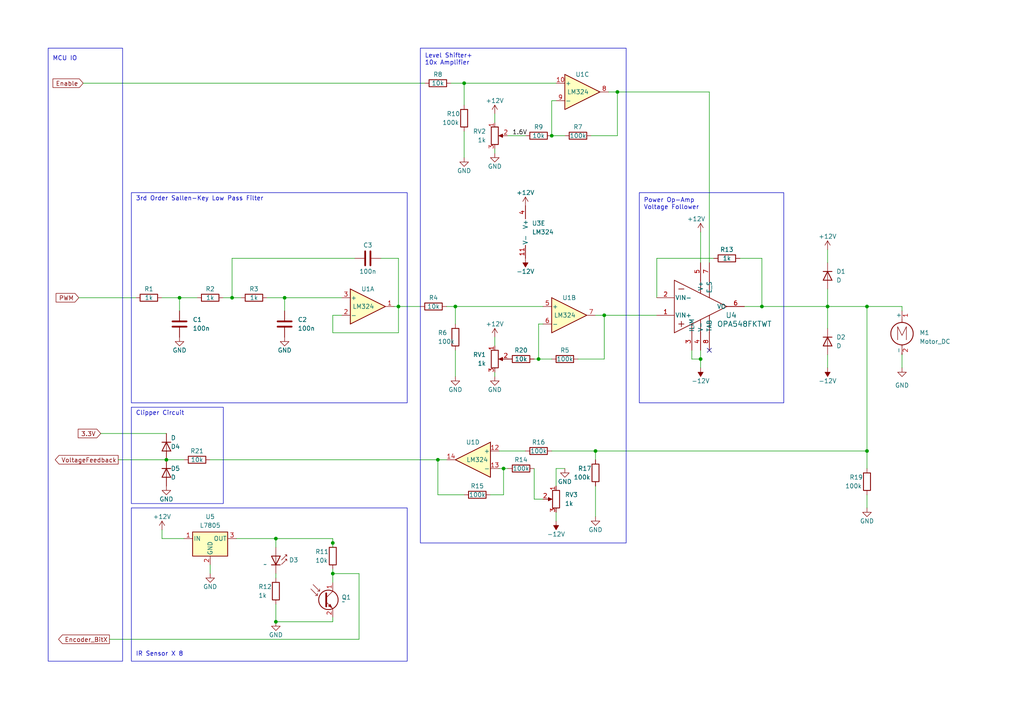
<source format=kicad_sch>
(kicad_sch (version 20230121) (generator eeschema)
  (paper "A4")
  (lib_symbols
    (symbol "Amplifier_Operational:LM324" (pin_names (offset 0.127))
      (property "Reference" "U" (at 0 5.08 0))
      (property "Value" "LM324" (at 0 -5.08 0))
      (symbol "LM324_1_1"
        (polyline (pts (xy -5.08 5.08) (xy 5.08 0) (xy -5.08 -5.08) (xy -5.08 5.08)) (stroke (width 0.254)) (fill (type background)))
        (pin output line (at 7.62 0 180) (length 2.54) (name "~") (number "1"))
        (pin input line (at -7.62 -2.54 0) (length 2.54) (name "-") (number "2"))
        (pin input line (at -7.62 2.54 0) (length 2.54) (name "+") (number "3"))
      )
      (symbol "LM324_2_1"
        (polyline (pts (xy -5.08 5.08) (xy 5.08 0) (xy -5.08 -5.08) (xy -5.08 5.08)) (stroke (width 0.254)) (fill (type background)))
        (pin input line (at -7.62 2.54 0) (length 2.54) (name "+") (number "5"))
        (pin input line (at -7.62 -2.54 0) (length 2.54) (name "-") (number "6"))
        (pin output line (at 7.62 0 180) (length 2.54) (name "~") (number "7"))
      )
      (symbol "LM324_3_1"
        (polyline (pts (xy -5.08 5.08) (xy 5.08 0) (xy -5.08 -5.08) (xy -5.08 5.08)) (stroke (width 0.254)) (fill (type background)))
        (pin input line (at -7.62 2.54 0) (length 2.54) (name "+") (number "10"))
        (pin output line (at 7.62 0 180) (length 2.54) (name "~") (number "8"))
        (pin input line (at -7.62 -2.54 0) (length 2.54) (name "-") (number "9"))
      )
      (symbol "LM324_4_1"
        (polyline (pts (xy -5.08 5.08) (xy 5.08 0) (xy -5.08 -5.08) (xy -5.08 5.08)) (stroke (width 0.254)) (fill (type background)))
        (pin input line (at -7.62 2.54 0) (length 2.54) (name "+") (number "12"))
        (pin input line (at -7.62 -2.54 0) (length 2.54) (name "-") (number "13"))
        (pin output line (at 7.62 0 180) (length 2.54) (name "~") (number "14"))
      )
      (symbol "LM324_5_1"
        (pin power_in line (at -2.54 -7.62 90) (length 3.81) (name "V-") (number "11"))
        (pin power_in line (at -2.54 7.62 270) (length 3.81) (name "V+") (number "4"))
      )
    )
    (symbol "Device:C" (pin_numbers hide) (pin_names (offset 0.254))
      (property "Reference" "C" (at 0.635 2.54 0))
      (property "Value" "C" (at 0.635 -2.54 0))
      (symbol "C_0_1"
        (polyline (pts (xy -2.032 -0.762) (xy 2.032 -0.762)) (stroke (width 0.508)))
        (polyline (pts (xy -2.032 0.762) (xy 2.032 0.762)) (stroke (width 0.508)))
      )
      (symbol "C_1_1"
        (pin passive line (at 0 3.81 270) (length 2.794) (name "~") (number "1"))
        (pin passive line (at 0 -3.81 90) (length 2.794) (name "~") (number "2"))
      )
    )
    (symbol "Device:D" (pin_numbers hide) (pin_names (offset 1.016) hide)
      (property "Reference" "D" (at 0 2.54 0))
      (property "Value" "D" (at 0 -2.54 0))
      (symbol "D_0_1"
        (polyline (pts (xy -1.27 1.27) (xy -1.27 -1.27)) (stroke (width 0.254)))
        (polyline (pts (xy 1.27 0) (xy -1.27 0)))
        (polyline (pts (xy 1.27 1.27) (xy 1.27 -1.27) (xy -1.27 0) (xy 1.27 1.27)) (stroke (width 0.254)))
      )
      (symbol "D_1_1"
        (pin passive line (at -3.81 0 0) (length 2.54) (name "K") (number "1"))
        (pin passive line (at 3.81 0 180) (length 2.54) (name "A") (number "2"))
      )
    )
    (symbol "Device:R" (pin_numbers hide) (pin_names (offset 0))
      (property "Reference" "R" (at 2.032 0 90))
      (property "Value" "R" (at 0 0 90))
      (symbol "R_0_1"
        (rectangle (start -1.016 -2.54) (end 1.016 2.54) (stroke (width 0.254)))
      )
      (symbol "R_1_1"
        (pin passive line (at 0 3.81 270) (length 1.27) (name "~") (number "1"))
        (pin passive line (at 0 -3.81 90) (length 1.27) (name "~") (number "2"))
      )
    )
    (symbol "Device:R_Potentiometer" (pin_names (offset 1.016) hide)
      (property "Reference" "RV" (at -4.445 0 90))
      (property "Value" "R_Potentiometer" (at -2.54 0 90))
      (symbol "R_Potentiometer_0_1"
        (polyline (pts (xy 2.54 0) (xy 1.524 0)))
        (polyline (pts (xy 1.143 0) (xy 2.286 0.508) (xy 2.286 -0.508) (xy 1.143 0)) (fill (type outline)))
        (rectangle (start 1.016 2.54) (end -1.016 -2.54) (stroke (width 0.254)))
      )
      (symbol "R_Potentiometer_1_1"
        (pin passive line (at 0 3.81 270) (length 1.27) (name "1") (number "1"))
        (pin passive line (at 3.81 0 180) (length 1.27) (name "2") (number "2"))
        (pin passive line (at 0 -3.81 90) (length 1.27) (name "3") (number "3"))
      )
    )
    (symbol "LED:IR204A" (pin_numbers hide) (pin_names (offset 1.016) hide)
      (property "Reference" "D" (at 0.508 1.778 0))
      (property "Value" "IR204A" (at -1.016 -2.794 0))
      (symbol "IR204A_0_1"
        (polyline (pts (xy -2.54 1.27) (xy -2.54 -1.27)) (stroke (width 0.254)))
        (polyline (pts (xy 0 0) (xy -2.54 0)))
        (polyline (pts (xy 0.381 3.175) (xy -0.127 3.175)))
        (polyline (pts (xy -1.143 1.651) (xy 0.381 3.175) (xy 0.381 2.667)))
        (polyline (pts (xy 0 1.27) (xy -2.54 0) (xy 0 -1.27) (xy 0 1.27)) (stroke (width 0.254)))
        (polyline (pts (xy -2.413 1.651) (xy -0.889 3.175) (xy -0.889 2.667) (xy -0.889 3.175) (xy -1.397 3.175)))
      )
      (symbol "IR204A_1_1"
        (pin passive line (at -5.08 0 0) (length 2.54) (name "K") (number "1"))
        (pin passive line (at 2.54 0 180) (length 2.54) (name "A") (number "2"))
      )
    )
    (symbol "Motor:Motor_DC" (pin_names (offset 0))
      (property "Reference" "M" (at 2.54 2.54 0))
      (property "Value" "Motor_DC" (at 2.54 -5.08 0))
      (symbol "Motor_DC_0_0"
        (polyline (pts (xy -1.27 -3.302) (xy -1.27 0.508) (xy 0 -2.032) (xy 1.27 0.508) (xy 1.27 -3.302)))
      )
      (symbol "Motor_DC_0_1"
        (circle (center 0 -1.524) (radius 3.2512) (stroke (width 0.254)))
        (polyline (pts (xy 0 -7.62) (xy 0 -7.112)))
        (polyline (pts (xy 0 -4.7752) (xy 0 -5.1816)))
        (polyline (pts (xy 0 1.7272) (xy 0 2.0828)))
        (polyline (pts (xy 0 2.032) (xy 0 2.54)))
      )
      (symbol "Motor_DC_1_1"
        (pin passive line (at 0 5.08 270) (length 2.54) (name "+") (number "1"))
        (pin passive line (at 0 -7.62 90) (length 2.54) (name "-") (number "2"))
      )
    )
    (symbol "OPA548:OPA548FKTWT" (pin_names (offset 0.254))
      (property "Reference" "U4" (at 8.89 -2.54 0))
      (property "Value" "OPA548FKTWT" (at 12.7 -5.08 0))
      (symbol "OPA548FKTWT_0_1"
        (polyline (pts (xy -7.62 -7.62) (xy -7.62 7.62)) (stroke (width 0.2032)))
        (polyline (pts (xy -7.62 7.62) (xy 7.62 0)) (stroke (width 0.2032)))
        (polyline (pts (xy -6.35 -5.08) (xy -4.826 -5.08)) (stroke (width 0.2032)))
        (polyline (pts (xy -6.35 5.08) (xy -4.826 5.08)) (stroke (width 0.2032)))
        (polyline (pts (xy -5.588 -4.318) (xy -5.588 -5.842)) (stroke (width 0.2032)))
        (polyline (pts (xy -2.54 -5.08) (xy -2.54 -7.62)) (stroke (width 0.2032)))
        (polyline (pts (xy 0 -3.81) (xy 0 -7.62)) (stroke (width 0.2032)))
        (polyline (pts (xy 0 7.62) (xy 0 3.81)) (stroke (width 0.2032)))
        (polyline (pts (xy 2.54 -2.54) (xy 2.54 -7.62)) (stroke (width 0.2032)))
        (polyline (pts (xy 2.54 7.62) (xy 2.54 2.54)) (stroke (width 0.2032)))
        (polyline (pts (xy 7.62 0) (xy -7.62 -7.62)) (stroke (width 0.2032)))
        (pin input line (at -12.7 -2.54 0) (length 5.08) (name "VIN+") (number "1"))
        (pin input line (at -12.7 2.54 0) (length 5.08) (name "VIN-") (number "2"))
        (pin input line (at -2.54 -12.7 90) (length 5.08) (name "ILIM") (number "3"))
        (pin power_in line (at 0 -12.7 90) (length 5.08) (name "V-") (number "4"))
        (pin power_in line (at 0 12.7 270) (length 5.08) (name "V+") (number "5"))
        (pin output line (at 12.7 0 180) (length 5.08) (name "VO") (number "6"))
        (pin input line (at 2.54 12.7 270) (length 5.08) (name "E_S") (number "7"))
        (pin power_in line (at 2.54 -12.7 90) (length 5.08) (name "TAB") (number "8"))
      )
    )
    (symbol "Regulator_Linear:L7805" (pin_names (offset 0.254))
      (property "Reference" "U" (at -3.81 3.175 0))
      (property "Value" "L7805" (at 0 3.175 0))
      (symbol "L7805_0_1"
        (rectangle (start -5.08 1.905) (end 5.08 -5.08) (stroke (width 0.254)) (fill (type background)))
      )
      (symbol "L7805_1_1"
        (pin power_in line (at -7.62 0 0) (length 2.54) (name "IN") (number "1"))
        (pin power_in line (at 0 -7.62 90) (length 2.54) (name "GND") (number "2"))
        (pin power_out line (at 7.62 0 180) (length 2.54) (name "OUT") (number "3"))
      )
    )
    (symbol "Sensor_Optical:BPW85A" (pin_names (offset 0) hide)
      (property "Reference" "Q" (at 5.08 1.27 0))
      (property "Value" "BPW85A" (at 5.08 -1.27 0))
      (symbol "BPW85A_0_1"
        (polyline (pts (xy -1.905 1.27) (xy -2.54 1.27)))
        (polyline (pts (xy -1.27 2.54) (xy -1.905 2.54)))
        (polyline (pts (xy 0.635 0.635) (xy 2.54 2.54)))
        (polyline (pts (xy -3.81 3.175) (xy -1.905 1.27) (xy -1.905 1.905)))
        (polyline (pts (xy -3.175 4.445) (xy -1.27 2.54) (xy -1.27 3.175)))
        (polyline (pts (xy 0.635 -0.635) (xy 2.54 -2.54) (xy 2.54 -2.54)))
        (polyline (pts (xy 0.635 1.905) (xy 0.635 -1.905) (xy 0.635 -1.905)) (stroke (width 0.508)))
        (polyline (pts (xy 1.27 -1.778) (xy 1.778 -1.27) (xy 2.286 -2.286) (xy 1.27 -1.778) (xy 1.27 -1.778)) (fill (type outline)))
        (circle (center 1.27 0) (radius 2.8194) (stroke (width 0.254)))
      )
      (symbol "BPW85A_1_1"
        (pin passive line (at 2.54 5.08 270) (length 2.54) (name "C") (number "1"))
        (pin passive line (at 2.54 -5.08 90) (length 2.54) (name "E") (number "2"))
      )
    )
    (symbol "power:+12V" (power) (pin_names (offset 0))
      (property "Value" "+12V" (at 0 3.556 0))
      (symbol "+12V_0_1"
        (polyline (pts (xy -0.762 1.27) (xy 0 2.54)))
        (polyline (pts (xy 0 0) (xy 0 2.54)))
        (polyline (pts (xy 0 2.54) (xy 0.762 1.27)))
      )
      (symbol "+12V_1_1"
        (pin power_in line (at 0 0 90) (length 0) hide (name "+12V") (number "1"))
      )
    )
    (symbol "power:-12V" (power) (pin_names (offset 0))
      (property "Value" "-12V" (at 0 3.81 0))
      (symbol "-12V_0_0"
        (pin power_in line (at 0 0 90) (length 0) hide (name "-12V") (number "1"))
      )
      (symbol "-12V_0_1"
        (polyline (pts (xy 0 0) (xy 0 1.27) (xy 0.762 1.27) (xy 0 2.54) (xy -0.762 1.27) (xy 0 1.27)) (fill (type outline)))
      )
    )
    (symbol "power:GND" (power) (pin_names (offset 0))
      (property "Value" "GND" (at 0 -3.81 0))
      (symbol "GND_0_1"
        (polyline (pts (xy 0 0) (xy 0 -1.27) (xy 1.27 -1.27) (xy 0 -2.54) (xy -1.27 -1.27) (xy 0 -1.27)))
      )
      (symbol "GND_1_1"
        (pin power_in line (at 0 0 270) (length 0) hide (name "GND") (number "1"))
      )
    )
  )
  (junction (at 52.07 86.36))
  (junction (at 132.08 88.9))
  (junction (at 156.21 104.14))
  (junction (at 96.52 166.37))
  (junction (at 240.03 88.9))
  (junction (at 220.98 88.9))
  (junction (at 160.02 39.37))
  (junction (at 67.31 86.36))
  (junction (at 172.72 130.81))
  (junction (at 115.57 88.9))
  (junction (at 80.01 180.34))
  (junction (at 146.05 135.89))
  (junction (at 251.46 88.9))
  (junction (at 179.07 26.67))
  (junction (at 251.46 130.81))
  (junction (at 96.52 157.48))
  (junction (at 80.01 156.21))
  (junction (at 82.55 86.36))
  (junction (at 48.26 133.35))
  (junction (at 127 133.35))
  (junction (at 203.2 104.14))
  (junction (at 175.26 91.44))
  (junction (at 134.62 24.13))
  (no_connect (at 205.74 101.6))
  (wire (pts (xy 240.03 88.9) (xy 251.46 88.9)))
  (wire (pts (xy 179.07 39.37) (xy 179.07 26.67)))
  (wire (pts (xy 110.49 74.93) (xy 115.57 74.93)))
  (wire (pts (xy 146.05 135.89) (xy 147.32 135.89)))
  (wire (pts (xy 144.78 135.89) (xy 146.05 135.89)))
  (wire (pts (xy 167.64 104.14) (xy 175.26 104.14)))
  (wire (pts (xy 143.51 107.95) (xy 143.51 109.22)))
  (wire (pts (xy 60.96 133.35) (xy 127 133.35)))
  (wire (pts (xy 46.99 153.67) (xy 46.99 156.21)))
  (wire (pts (xy 142.24 143.51) (xy 146.05 143.51)))
  (wire (pts (xy 29.21 125.73) (xy 48.26 125.73)))
  (wire (pts (xy 175.26 91.44) (xy 190.5 91.44)))
  (wire (pts (xy 46.99 156.21) (xy 53.34 156.21)))
  (wire (pts (xy 154.94 144.78) (xy 157.48 144.78)))
  (wire (pts (xy 130.81 24.13) (xy 134.62 24.13)))
  (wire (pts (xy 261.62 102.87) (xy 261.62 106.68)))
  (wire (pts (xy 67.31 74.93) (xy 67.31 86.36)))
  (wire (pts (xy 146.05 143.51) (xy 146.05 135.89)))
  (wire (pts (xy 160.02 29.21) (xy 160.02 39.37)))
  (wire (pts (xy 129.54 88.9) (xy 132.08 88.9)))
  (wire (pts (xy 115.57 74.93) (xy 115.57 88.9)))
  (wire (pts (xy 134.62 24.13) (xy 161.29 24.13)))
  (wire (pts (xy 115.57 88.9) (xy 121.92 88.9)))
  (wire (pts (xy 96.52 179.07) (xy 96.52 180.34)))
  (wire (pts (xy 115.57 96.52) (xy 115.57 88.9)))
  (wire (pts (xy 102.87 74.93) (xy 67.31 74.93)))
  (wire (pts (xy 104.14 185.42) (xy 104.14 166.37)))
  (wire (pts (xy 161.29 148.59) (xy 161.29 151.13)))
  (wire (pts (xy 134.62 24.13) (xy 134.62 30.48)))
  (wire (pts (xy 24.13 24.13) (xy 123.19 24.13)))
  (wire (pts (xy 132.08 101.6) (xy 132.08 109.22)))
  (wire (pts (xy 96.52 166.37) (xy 96.52 168.91)))
  (wire (pts (xy 240.03 72.39) (xy 240.03 76.2)))
  (wire (pts (xy 96.52 96.52) (xy 115.57 96.52)))
  (wire (pts (xy 240.03 88.9) (xy 220.98 88.9)))
  (wire (pts (xy 96.52 180.34) (xy 80.01 180.34)))
  (wire (pts (xy 31.75 185.42) (xy 104.14 185.42)))
  (wire (pts (xy 52.07 86.36) (xy 52.07 90.17)))
  (wire (pts (xy 172.72 133.35) (xy 172.72 130.81)))
  (wire (pts (xy 132.08 88.9) (xy 157.48 88.9)))
  (wire (pts (xy 48.26 133.35) (xy 53.34 133.35)))
  (wire (pts (xy 68.58 156.21) (xy 80.01 156.21)))
  (wire (pts (xy 179.07 26.67) (xy 176.53 26.67)))
  (wire (pts (xy 160.02 39.37) (xy 163.83 39.37)))
  (wire (pts (xy 127 143.51) (xy 127 133.35)))
  (wire (pts (xy 261.62 90.17) (xy 261.62 88.9)))
  (wire (pts (xy 157.48 93.98) (xy 156.21 93.98)))
  (wire (pts (xy 52.07 86.36) (xy 57.15 86.36)))
  (wire (pts (xy 134.62 38.1) (xy 134.62 45.72)))
  (wire (pts (xy 160.02 130.81) (xy 172.72 130.81)))
  (wire (pts (xy 80.01 175.26) (xy 80.01 180.34)))
  (wire (pts (xy 171.45 39.37) (xy 179.07 39.37)))
  (wire (pts (xy 200.66 101.6) (xy 200.66 104.14)))
  (wire (pts (xy 161.29 29.21) (xy 160.02 29.21)))
  (wire (pts (xy 251.46 143.51) (xy 251.46 147.32)))
  (wire (pts (xy 46.99 86.36) (xy 52.07 86.36)))
  (wire (pts (xy 115.57 88.9) (xy 114.3 88.9)))
  (wire (pts (xy 80.01 156.21) (xy 80.01 158.75)))
  (wire (pts (xy 22.86 86.36) (xy 39.37 86.36)))
  (wire (pts (xy 127 133.35) (xy 129.54 133.35)))
  (wire (pts (xy 240.03 95.25) (xy 240.03 88.9)))
  (wire (pts (xy 60.96 163.83) (xy 60.96 166.37)))
  (wire (pts (xy 240.03 83.82) (xy 240.03 88.9)))
  (wire (pts (xy 175.26 104.14) (xy 175.26 91.44)))
  (wire (pts (xy 67.31 86.36) (xy 69.85 86.36)))
  (wire (pts (xy 190.5 74.93) (xy 207.01 74.93)))
  (wire (pts (xy 172.72 130.81) (xy 251.46 130.81)))
  (wire (pts (xy 179.07 26.67) (xy 205.74 26.67)))
  (wire (pts (xy 80.01 156.21) (xy 96.52 156.21)))
  (wire (pts (xy 220.98 74.93) (xy 220.98 88.9)))
  (wire (pts (xy 172.72 140.97) (xy 172.72 149.86)))
  (wire (pts (xy 240.03 102.87) (xy 240.03 106.68)))
  (wire (pts (xy 200.66 104.14) (xy 203.2 104.14)))
  (wire (pts (xy 251.46 135.89) (xy 251.46 130.81)))
  (wire (pts (xy 251.46 88.9) (xy 261.62 88.9)))
  (wire (pts (xy 143.51 97.79) (xy 143.51 100.33)))
  (wire (pts (xy 80.01 166.37) (xy 80.01 167.64)))
  (wire (pts (xy 143.51 43.18) (xy 143.51 44.45)))
  (wire (pts (xy 190.5 86.36) (xy 190.5 74.93)))
  (wire (pts (xy 132.08 88.9) (xy 132.08 93.98)))
  (wire (pts (xy 203.2 104.14) (xy 203.2 106.68)))
  (wire (pts (xy 77.47 86.36) (xy 82.55 86.36)))
  (wire (pts (xy 96.52 91.44) (xy 96.52 96.52)))
  (wire (pts (xy 147.32 39.37) (xy 152.4 39.37)))
  (wire (pts (xy 96.52 165.1) (xy 96.52 166.37)))
  (wire (pts (xy 99.06 91.44) (xy 96.52 91.44)))
  (wire (pts (xy 143.51 33.02) (xy 143.51 35.56)))
  (wire (pts (xy 134.62 143.51) (xy 127 143.51)))
  (wire (pts (xy 144.78 130.81) (xy 152.4 130.81)))
  (wire (pts (xy 214.63 74.93) (xy 220.98 74.93)))
  (wire (pts (xy 154.94 144.78) (xy 154.94 135.89)))
  (wire (pts (xy 82.55 86.36) (xy 99.06 86.36)))
  (wire (pts (xy 154.94 104.14) (xy 156.21 104.14)))
  (wire (pts (xy 203.2 101.6) (xy 203.2 104.14)))
  (wire (pts (xy 156.21 104.14) (xy 160.02 104.14)))
  (wire (pts (xy 161.29 135.89) (xy 161.29 140.97)))
  (wire (pts (xy 156.21 93.98) (xy 156.21 104.14)))
  (wire (pts (xy 220.98 88.9) (xy 215.9 88.9)))
  (wire (pts (xy 34.29 133.35) (xy 48.26 133.35)))
  (wire (pts (xy 175.26 91.44) (xy 172.72 91.44)))
  (wire (pts (xy 96.52 158.75) (xy 96.52 157.48)))
  (wire (pts (xy 96.52 157.48) (xy 96.52 156.21)))
  (wire (pts (xy 64.77 86.36) (xy 67.31 86.36)))
  (wire (pts (xy 205.74 26.67) (xy 205.74 76.2)))
  (wire (pts (xy 82.55 86.36) (xy 82.55 90.17)))
  (wire (pts (xy 161.29 135.89) (xy 163.83 135.89)))
  (wire (pts (xy 104.14 166.37) (xy 96.52 166.37)))
  (wire (pts (xy 251.46 88.9) (xy 251.46 130.81)))
  (wire (pts (xy 203.2 67.31) (xy 203.2 76.2)))
  (rectangle (start 13.97 13.97) (end 35.56 191.77))
  (rectangle (start 38.1 118.11) (end 64.77 146.05))
  (rectangle (start 38.1 55.88) (end 118.11 116.84))
  (rectangle (start 38.1 147.32) (end 118.11 191.77))
  (rectangle (start 185.42 55.88) (end 227.33 116.84))
  (rectangle (start 121.92 13.97) (end 181.61 157.48))
  (text "IR Sensor X 8" (at 39.37 190.5 0) (effects (font (size 1.27 1.27)) (justify left bottom)))
  (text "MCU IO\n" (at 15.24 17.78 0) (effects (font (size 1.27 1.27)) (justify left bottom)))
  (text "Level Shifter+\n10x Amplifier" (at 123.19 19.05 0) (effects (font (size 1.27 1.27)) (justify left bottom)))
  (text "Power Op-Amp\nVoltage Follower" (at 186.69 60.96 0) (effects (font (size 1.27 1.27)) (justify left bottom)))
  (text "Clipper Circuit\n" (at 39.37 120.65 0) (effects (font (size 1.27 1.27)) (justify left bottom)))
  (text "3rd Order Sallen-Key Low Pass Filter" (at 39.37 58.42 0) (effects (font (size 1.27 1.27)) (justify left bottom)))
  (label "1.6V" (at 148.59 39.37 0))
  (global_label "Enable" (shape input) (at 24.13 24.13 180) (property "Intersheetrefs" "${INTERSHEET_REFS}" (effects hide)))
  (global_label "3.3V" (shape input) (at 29.21 125.73 180) (property "Intersheetrefs" "${INTERSHEET_REFS}" (effects hide)))
  (global_label "PWM" (shape input) (at 22.86 86.36 180) (property "Intersheetrefs" "${INTERSHEET_REFS}" (effects hide)))
  (global_label "VoltageFeedback" (shape output) (at 34.29 133.35 180) (property "Intersheetrefs" "${INTERSHEET_REFS}" (effects hide)))
  (global_label "Encoder_BitX" (shape output) (at 31.75 185.42 180) (property "Intersheetrefs" "${INTERSHEET_REFS}" (effects hide)))
  (symbol (lib_id "Device:R") (at 151.13 135.89 90) (unit 1)
    (property "Reference" "R14" (at 151.13 133.35 90))
    (property "Value" "100k" (at 151.13 135.89 90))
  )
  (symbol (lib_id "Device:D") (at 48.26 129.54 270) (unit 1)
    (property "Reference" "D4" (at 49.53 129.54 90) (effects (justify left)))
    (property "Value" "D" (at 49.53 127 90) (effects (justify left)))
    (property "Sim.Device" "D" (effects hide))
    (property "Sim.Pins" "1=K 2=A" (effects hide))
  )
  (symbol (lib_id "power:+12V") (at 46.99 153.67 0) (unit 1)
    (property "Reference" "#PWR016" (effects hide))
    (property "Value" "+12V" (at 46.99 149.86 0))
  )
  (symbol (lib_id "Amplifier_Operational:LM324") (at 154.94 67.31 0) (unit 5)
    (property "Reference" "U3" (at 156.21 64.77 0))
    (property "Value" "LM324" (at 157.48 67.31 0))
    (property "Datasheet" "http://www.ti.com/lit/ds/symlink/lm2902-n.pdf" (effects hide))
  )
  (symbol (lib_id "Device:R") (at 125.73 88.9 90) (unit 1)
    (property "Reference" "R4" (at 125.73 86.36 90))
    (property "Value" "10k" (at 125.73 88.9 90))
  )
  (symbol (lib_id "power:GND") (at 143.51 44.45 0) (unit 1)
    (property "Reference" "#PWR014" (effects hide))
    (property "Value" "GND" (at 143.51 48.26 0))
  )
  (symbol (lib_id "Device:R_Potentiometer") (at 143.51 104.14 0) (unit 1)
    (property "Reference" "RV1" (at 140.97 102.87 0) (effects (justify right)))
    (property "Value" "1k" (at 140.97 105.41 0) (effects (justify right)))
  )
  (symbol (lib_id "power:GND") (at 143.51 109.22 0) (unit 1)
    (property "Reference" "#PWR04" (effects hide))
    (property "Value" "GND" (at 143.51 113.03 0))
  )
  (symbol (lib_id "power:GND") (at 172.72 149.86 0) (unit 1)
    (property "Reference" "#PWR021" (effects hide))
    (property "Value" "GND" (at 172.72 153.67 0))
  )
  (symbol (lib_id "power:+12V") (at 152.4 59.69 0) (unit 1)
    (property "Reference" "#PWR06" (effects hide))
    (property "Value" "+12V" (at 152.4 55.88 0))
  )
  (symbol (lib_id "power:-12V") (at 203.2 106.68 180) (unit 1)
    (property "Reference" "#PWR09" (effects hide))
    (property "Value" "-12V" (at 203.2 110.49 0))
  )
  (symbol (lib_id "Device:D") (at 240.03 99.06 270) (unit 1)
    (property "Reference" "D2" (at 242.57 97.79 90) (effects (justify left)))
    (property "Value" "D" (at 242.57 100.33 90) (effects (justify left)))
    (property "Sim.Device" "D" (effects hide))
    (property "Sim.Pins" "1=K 2=A" (effects hide))
  )
  (symbol (lib_id "Amplifier_Operational:LM324") (at 137.16 133.35 0) (mirror y) (unit 4)
    (property "Reference" "U1" (at 137.16 128.27 0))
    (property "Value" "LM324" (at 138.43 133.35 0))
    (property "Datasheet" "http://www.ti.com/lit/ds/symlink/lm2902-n.pdf" (effects hide))
  )
  (symbol (lib_id "Device:C") (at 82.55 93.98 0) (unit 1)
    (property "Reference" "C2" (at 86.36 92.71 0) (effects (justify left)))
    (property "Value" "100n" (at 86.36 95.25 0) (effects (justify left)))
  )
  (symbol (lib_id "power:-12V") (at 152.4 74.93 180) (unit 1)
    (property "Reference" "#PWR07" (effects hide))
    (property "Value" "-12V" (at 152.4 78.74 0))
  )
  (symbol (lib_id "Device:R") (at 156.21 39.37 90) (unit 1)
    (property "Reference" "R9" (at 156.21 36.83 90))
    (property "Value" "10k" (at 156.21 39.37 90))
  )
  (symbol (lib_id "Device:C") (at 106.68 74.93 270) (unit 1)
    (property "Reference" "C3" (at 106.68 71.12 90))
    (property "Value" "100n" (at 106.68 78.74 90))
  )
  (symbol (lib_id "Device:C") (at 52.07 93.98 0) (unit 1)
    (property "Reference" "C1" (at 55.88 92.71 0) (effects (justify left)))
    (property "Value" "100n" (at 55.88 95.25 0) (effects (justify left)))
  )
  (symbol (lib_id "Device:R") (at 134.62 34.29 0) (unit 1)
    (property "Reference" "R10" (at 129.54 33.02 0) (effects (justify left)))
    (property "Value" "100k" (at 128.27 35.56 0) (effects (justify left)))
  )
  (symbol (lib_id "power:-12V") (at 161.29 151.13 180) (unit 1)
    (property "Reference" "#PWR019" (effects hide))
    (property "Value" "-12V" (at 161.29 154.94 0))
  )
  (symbol (lib_id "LED:IR204A") (at 80.01 161.29 270) (mirror x) (unit 1)
    (property "Reference" "D3" (at 83.82 162.433 90) (effects (justify left)))
    (property "Value" "~" (at 77.47 163.703 90) (effects (justify right)))
    (property "Footprint" "LED_THT:LED_D3.0mm_IRBlack" (effects hide))
    (property "Datasheet" "http://www.everlight.com/file/ProductFile/IR204-A.pdf" (effects hide))
  )
  (symbol (lib_id "Device:R") (at 57.15 133.35 90) (unit 1)
    (property "Reference" "R21" (at 57.15 130.81 90))
    (property "Value" "10k" (at 57.15 133.35 90))
  )
  (symbol (lib_id "Device:R") (at 60.96 86.36 90) (unit 1)
    (property "Reference" "R2" (at 60.96 83.82 90))
    (property "Value" "1k" (at 60.96 86.36 90))
  )
  (symbol (lib_id "Device:R") (at 156.21 130.81 90) (unit 1)
    (property "Reference" "R16" (at 156.21 128.27 90))
    (property "Value" "100k" (at 156.21 130.81 90))
  )
  (symbol (lib_id "Amplifier_Operational:LM324") (at 168.91 26.67 0) (unit 3)
    (property "Reference" "U1" (at 168.91 21.59 0))
    (property "Value" "LM324" (at 167.64 26.67 0))
    (property "Datasheet" "http://www.ti.com/lit/ds/symlink/lm2902-n.pdf" (effects hide))
  )
  (symbol (lib_id "power:+12V") (at 203.2 67.31 0) (unit 1)
    (property "Reference" "#PWR08" (effects hide))
    (property "Value" "+12V" (at 201.93 63.5 0))
  )
  (symbol (lib_id "Device:R") (at 80.01 171.45 0) (unit 1)
    (property "Reference" "R12" (at 74.93 170.18 0) (effects (justify left)))
    (property "Value" "1k" (at 74.93 172.72 0) (effects (justify left)))
  )
  (symbol (lib_id "Device:R") (at 132.08 97.79 0) (unit 1)
    (property "Reference" "R6" (at 127 96.52 0) (effects (justify left)))
    (property "Value" "100k" (at 127 99.06 0) (effects (justify left)))
  )
  (symbol (lib_id "Device:R") (at 210.82 74.93 90) (unit 1)
    (property "Reference" "R13" (at 210.82 72.39 90))
    (property "Value" "1k" (at 210.82 74.93 90))
  )
  (symbol (lib_id "Device:R_Potentiometer") (at 161.29 144.78 0) (mirror y) (unit 1)
    (property "Reference" "RV3" (at 163.83 143.51 0) (effects (justify right)))
    (property "Value" "1k" (at 163.83 146.05 0) (effects (justify right)))
  )
  (symbol (lib_id "Device:R") (at 251.46 139.7 0) (unit 1)
    (property "Reference" "R19" (at 246.38 138.43 0) (effects (justify left)))
    (property "Value" "100k" (at 245.11 140.97 0) (effects (justify left)))
  )
  (symbol (lib_id "power:GND") (at 52.07 97.79 0) (unit 1)
    (property "Reference" "#PWR01" (effects hide))
    (property "Value" "GND" (at 52.07 101.6 0))
  )
  (symbol (lib_id "Device:R") (at 96.52 161.29 0) (unit 1)
    (property "Reference" "R11" (at 91.44 160.02 0) (effects (justify left)))
    (property "Value" "10k" (at 91.44 162.56 0) (effects (justify left)))
  )
  (symbol (lib_id "Device:D") (at 48.26 137.16 270) (unit 1)
    (property "Reference" "D5" (at 49.53 135.89 90) (effects (justify left)))
    (property "Value" "D" (at 49.53 138.43 90) (effects (justify left)))
    (property "Sim.Device" "D" (effects hide))
    (property "Sim.Pins" "1=K 2=A" (effects hide))
  )
  (symbol (lib_id "power:GND") (at 251.46 147.32 0) (unit 1)
    (property "Reference" "#PWR022" (effects hide))
    (property "Value" "GND" (at 251.46 151.13 0))
  )
  (symbol (lib_id "power:+12V") (at 143.51 97.79 0) (unit 1)
    (property "Reference" "#PWR05" (effects hide))
    (property "Value" "+12V" (at 143.51 93.98 0))
  )
  (symbol (lib_id "Device:R") (at 73.66 86.36 90) (unit 1)
    (property "Reference" "R3" (at 73.66 83.82 90))
    (property "Value" "1k" (at 73.66 86.36 90))
  )
  (symbol (lib_id "power:+12V") (at 240.03 72.39 0) (unit 1)
    (property "Reference" "#PWR010" (effects hide))
    (property "Value" "+12V" (at 240.03 68.58 0))
  )
  (symbol (lib_id "power:GND") (at 80.01 180.34 0) (unit 1)
    (property "Reference" "#PWR018" (effects hide))
    (property "Value" "GND" (at 80.01 184.15 0))
  )
  (symbol (lib_id "Amplifier_Operational:LM324") (at 106.68 88.9 0) (unit 1)
    (property "Reference" "U1" (at 106.68 83.82 0))
    (property "Value" "LM324" (at 105.41 88.9 0))
    (property "Datasheet" "http://www.ti.com/lit/ds/symlink/lm2902-n.pdf" (effects hide))
  )
  (symbol (lib_id "Device:R") (at 151.13 104.14 90) (unit 1)
    (property "Reference" "R20" (at 151.13 101.6 90))
    (property "Value" "10k" (at 151.13 104.14 90))
  )
  (symbol (lib_id "power:GND") (at 163.83 135.89 0) (unit 1)
    (property "Reference" "#PWR020" (effects hide))
    (property "Value" "GND" (at 163.83 139.7 0))
  )
  (symbol (lib_id "power:GND") (at 48.26 140.97 0) (unit 1)
    (property "Reference" "#PWR023" (effects hide))
    (property "Value" "GND" (at 48.26 144.78 0))
  )
  (symbol (lib_id "Device:R") (at 138.43 143.51 90) (unit 1)
    (property "Reference" "R15" (at 138.43 140.97 90))
    (property "Value" "100k" (at 138.43 143.51 90))
  )
  (symbol (lib_id "Device:R") (at 172.72 137.16 0) (unit 1)
    (property "Reference" "R17" (at 167.64 135.89 0) (effects (justify left)))
    (property "Value" "100k" (at 166.37 138.43 0) (effects (justify left)))
  )
  (symbol (lib_id "Regulator_Linear:L7805") (at 60.96 156.21 0) (unit 1)
    (property "Reference" "U5" (at 60.96 149.86 0))
    (property "Value" "L7805" (at 60.96 152.4 0))
    (property "Datasheet" "http://www.st.com/content/ccc/resource/technical/document/datasheet/41/4f/b3/b0/12/d4/47/88/CD00000444.pdf/files/CD00000444.pdf/jcr:content/translations/en.CD00000444.pdf" (effects hide))
  )
  (symbol (lib_id "Motor:Motor_DC") (at 261.62 95.25 0) (unit 1)
    (property "Reference" "M1" (at 266.7 96.52 0) (effects (justify left)))
    (property "Value" "Motor_DC" (at 266.7 99.06 0) (effects (justify left)))
  )
  (symbol (lib_id "Device:R_Potentiometer") (at 143.51 39.37 0) (unit 1)
    (property "Reference" "RV2" (at 140.97 38.1 0) (effects (justify right)))
    (property "Value" "1k" (at 140.97 40.64 0) (effects (justify right)))
  )
  (symbol (lib_id "Device:R") (at 43.18 86.36 90) (unit 1)
    (property "Reference" "R1" (at 43.18 83.82 90))
    (property "Value" "1k" (at 43.18 86.36 90))
  )
  (symbol (lib_id "power:GND") (at 82.55 97.79 0) (unit 1)
    (property "Reference" "#PWR02" (effects hide))
    (property "Value" "GND" (at 82.55 101.6 0))
  )
  (symbol (lib_id "Amplifier_Operational:LM324") (at 165.1 91.44 0) (unit 2)
    (property "Reference" "U1" (at 165.1 86.36 0))
    (property "Value" "LM324" (at 163.83 91.44 0))
    (property "Datasheet" "http://www.ti.com/lit/ds/symlink/lm2902-n.pdf" (effects hide))
  )
  (symbol (lib_id "Sensor_Optical:BPW85A") (at 93.98 173.99 0) (unit 1)
    (property "Reference" "Q1" (at 99.06 173.2407 0) (effects (justify left)))
    (property "Value" "~" (at 99.06 174.5107 0) (effects (justify left)))
    (property "Footprint" "LED_THT:LED_D3.0mm_Clear" (effects hide))
    (property "Datasheet" "https://www.vishay.com/docs/81531/bpw85a.pdf" (effects hide))
  )
  (symbol (lib_id "Device:R") (at 167.64 39.37 90) (unit 1)
    (property "Reference" "R7" (at 167.64 36.83 90))
    (property "Value" "100k" (at 167.64 39.37 90))
  )
  (symbol (lib_id "OPA548:OPA548FKTWT") (at 203.2 88.9 0) (unit 1)
    (property "Reference" "U4" (at 212.09 91.44 0) (effects (font (size 1.524 1.524))))
    (property "Value" "OPA548FKTWT" (at 215.9 93.98 0) (effects (font (size 1.524 1.524))))
    (property "Footprint" "KTW0007A" (effects hide))
    (property "Datasheet" "OPA548FKTWT" (effects hide))
  )
  (symbol (lib_id "power:+12V") (at 143.51 33.02 0) (unit 1)
    (property "Reference" "#PWR013" (effects hide))
    (property "Value" "+12V" (at 143.51 29.21 0))
  )
  (symbol (lib_id "Device:R") (at 127 24.13 90) (unit 1)
    (property "Reference" "R8" (at 127 21.59 90))
    (property "Value" "10k" (at 127 24.13 90))
  )
  (symbol (lib_id "power:GND") (at 261.62 106.68 0) (unit 1)
    (property "Reference" "#PWR012" (effects hide))
    (property "Value" "GND" (at 261.62 111.76 0))
  )
  (symbol (lib_id "power:GND") (at 134.62 45.72 0) (unit 1)
    (property "Reference" "#PWR015" (effects hide))
    (property "Value" "GND" (at 134.62 49.53 0))
  )
  (symbol (lib_id "power:-12V") (at 240.03 106.68 180) (unit 1)
    (property "Reference" "#PWR011" (effects hide))
    (property "Value" "-12V" (at 240.03 110.49 0))
  )
  (symbol (lib_id "Device:R") (at 163.83 104.14 90) (unit 1)
    (property "Reference" "R5" (at 163.83 101.6 90))
    (property "Value" "100k" (at 163.83 104.14 90))
  )
  (symbol (lib_id "Device:D") (at 240.03 80.01 270) (unit 1)
    (property "Reference" "D1" (at 242.57 78.74 90) (effects (justify left)))
    (property "Value" "D" (at 242.57 81.28 90) (effects (justify left)))
    (property "Sim.Device" "D" (effects hide))
    (property "Sim.Pins" "1=K 2=A" (effects hide))
  )
  (symbol (lib_id "power:GND") (at 132.08 109.22 0) (unit 1)
    (property "Reference" "#PWR03" (effects hide))
    (property "Value" "GND" (at 132.08 113.03 0))
  )
  (symbol (lib_id "power:GND") (at 60.96 166.37 0) (unit 1)
    (property "Reference" "#PWR017" (effects hide))
    (property "Value" "GND" (at 60.96 170.18 0))
  )
)
</source>
